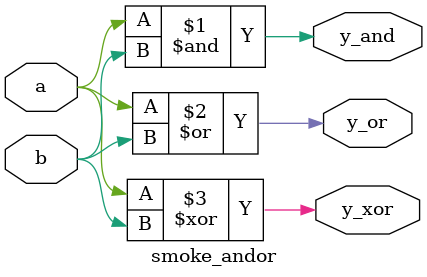
<source format=v>
module smoke_andor(
    input  wire a,
    input  wire b,
    output wire y_and,
    output wire y_or,
    output wire y_xor
);

assign y_and = a & b;
assign y_or  = a | b;
assign y_xor = a ^ b;

endmodule

</source>
